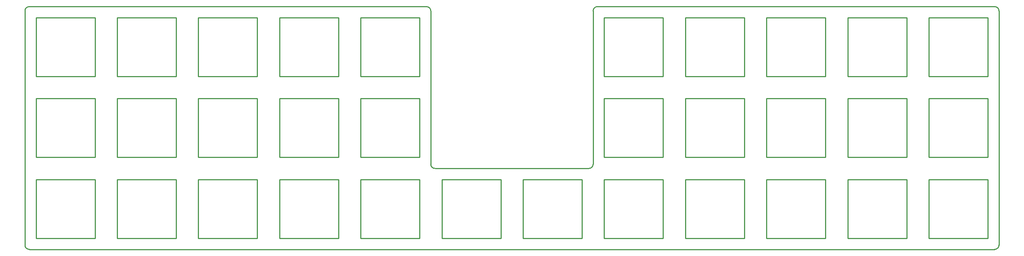
<source format=gko>
G04 Layer: BoardOutline*
G04 EasyEDA v6.4.25, 2022-01-20T16:10:27+08:00*
G04 6dc260cefc8449458edb0d880bd6ed8d,3b57db4a37c74da5bb1b5bc11455ab19,10*
G04 Gerber Generator version 0.2*
G04 Scale: 100 percent, Rotated: No, Reflected: No *
G04 Dimensions in millimeters *
G04 leading zeros omitted , absolute positions ,4 integer and 5 decimal *
%FSLAX45Y45*%
%MOMM*%

%ADD10C,0.2540*%
D10*
X-1899998Y-1799998D02*
G01*
X-1899998Y1799998D01*
X1899998Y-1799998D02*
G01*
X1899998Y1803400D01*
X-1799998Y-1899998D02*
G01*
X1799998Y-1899998D01*
X2000001Y1899998D02*
G01*
X11300000Y1899998D01*
X-2000001Y1899998D02*
G01*
X-11300000Y1899998D01*
X11400000Y1799998D02*
G01*
X11400000Y-3700000D01*
X-11400000Y-3700000D02*
G01*
X-11400000Y1799998D01*
X11300000Y-3800000D02*
G01*
X-11300000Y-3800000D01*
G75*
G01*
X11400000Y-3700000D02*
G02*
X11300000Y-3800000I-100000J0D01*
G75*
G01*
X-11300000Y-3800000D02*
G02*
X-11400000Y-3700000I0J100000D01*
G75*
G01*
X-11400000Y1799999D02*
G02*
X-11300000Y1899999I100000J0D01*
G75*
G01*
X11300000Y1899999D02*
G02*
X11400000Y1799999I0J-100000D01*
G75*
G01*
X2000001Y1899999D02*
G03*
X1900001Y1799999I0J-100000D01*
G75*
G01*
X-2000001Y1899999D02*
G02*
X-1900001Y1799999I0J-100000D01*
G75*
G01*
X1899999Y-1799999D02*
G02*
X1799999Y-1899999I-100000J0D01*
G75*
G01*
X-1799999Y-1899999D02*
G02*
X-1899999Y-1799999I0J100000D01*
X-11140000Y1640001D02*
G01*
X-9759998Y1640001D01*
X-9759998Y1640001D02*
G01*
X-9759998Y259999D01*
X-9759998Y259999D02*
G01*
X-11140000Y259999D01*
X-11140000Y259999D02*
G01*
X-11140000Y1640001D01*
X-9240001Y1640001D02*
G01*
X-7859999Y1640001D01*
X-7859999Y1640001D02*
G01*
X-7859999Y259999D01*
X-7859999Y259999D02*
G01*
X-9240001Y259999D01*
X-9240001Y259999D02*
G01*
X-9240001Y1640001D01*
X-7340000Y1640001D02*
G01*
X-5959998Y1640001D01*
X-5959998Y1640001D02*
G01*
X-5959998Y259999D01*
X-5959998Y259999D02*
G01*
X-7340000Y259999D01*
X-7340000Y259999D02*
G01*
X-7340000Y1640001D01*
X-5440001Y1640001D02*
G01*
X-4059999Y1640001D01*
X-4059999Y1640001D02*
G01*
X-4059999Y259999D01*
X-4059999Y259999D02*
G01*
X-5440001Y259999D01*
X-5440001Y259999D02*
G01*
X-5440001Y1640001D01*
X-3540000Y1640001D02*
G01*
X-2159998Y1640001D01*
X-2159998Y1640001D02*
G01*
X-2159998Y259999D01*
X-2159998Y259999D02*
G01*
X-3540000Y259999D01*
X-3540000Y259999D02*
G01*
X-3540000Y1640001D01*
X2159998Y1640001D02*
G01*
X3540000Y1640001D01*
X3540000Y1640001D02*
G01*
X3540000Y259999D01*
X3540000Y259999D02*
G01*
X2159998Y259999D01*
X2159998Y259999D02*
G01*
X2159998Y1640001D01*
X4059999Y1640001D02*
G01*
X5440001Y1640001D01*
X5440001Y1640001D02*
G01*
X5440001Y259999D01*
X5440001Y259999D02*
G01*
X4059999Y259999D01*
X4059999Y259999D02*
G01*
X4059999Y1640001D01*
X5959998Y1640001D02*
G01*
X7340000Y1640001D01*
X7340000Y1640001D02*
G01*
X7340000Y259999D01*
X7340000Y259999D02*
G01*
X5959998Y259999D01*
X5959998Y259999D02*
G01*
X5959998Y1640001D01*
X7859999Y1640001D02*
G01*
X9240001Y1640001D01*
X9240001Y1640001D02*
G01*
X9240001Y259999D01*
X9240001Y259999D02*
G01*
X7859999Y259999D01*
X7859999Y259999D02*
G01*
X7859999Y1640001D01*
X9759998Y1640001D02*
G01*
X11140000Y1640001D01*
X11140000Y1640001D02*
G01*
X11140000Y259999D01*
X11140000Y259999D02*
G01*
X9759998Y259999D01*
X9759998Y259999D02*
G01*
X9759998Y1640001D01*
X-11140000Y-259996D02*
G01*
X-9759998Y-259996D01*
X-9759998Y-259996D02*
G01*
X-9759998Y-1639999D01*
X-9759998Y-1639999D02*
G01*
X-11140000Y-1639999D01*
X-11140000Y-1639999D02*
G01*
X-11140000Y-259996D01*
X-9240001Y-259996D02*
G01*
X-7859999Y-259996D01*
X-7859999Y-259996D02*
G01*
X-7859999Y-1639999D01*
X-7859999Y-1639999D02*
G01*
X-9240001Y-1639999D01*
X-9240001Y-1639999D02*
G01*
X-9240001Y-259996D01*
X-7340000Y-259996D02*
G01*
X-5959998Y-259996D01*
X-5959998Y-259996D02*
G01*
X-5959998Y-1639999D01*
X-5959998Y-1639999D02*
G01*
X-7340000Y-1639999D01*
X-7340000Y-1639999D02*
G01*
X-7340000Y-259996D01*
X-5440001Y-259996D02*
G01*
X-4059999Y-259996D01*
X-4059999Y-259996D02*
G01*
X-4059999Y-1639999D01*
X-4059999Y-1639999D02*
G01*
X-5440001Y-1639999D01*
X-5440001Y-1639999D02*
G01*
X-5440001Y-259996D01*
X-3540000Y-259996D02*
G01*
X-2159998Y-259996D01*
X-2159998Y-259996D02*
G01*
X-2159998Y-1639999D01*
X-2159998Y-1639999D02*
G01*
X-3540000Y-1639999D01*
X-3540000Y-1639999D02*
G01*
X-3540000Y-259996D01*
X2159998Y-259996D02*
G01*
X3540000Y-259996D01*
X3540000Y-259996D02*
G01*
X3540000Y-1639999D01*
X3540000Y-1639999D02*
G01*
X2159998Y-1639999D01*
X2159998Y-1639999D02*
G01*
X2159998Y-259996D01*
X4059999Y-259996D02*
G01*
X5440001Y-259996D01*
X5440001Y-259996D02*
G01*
X5440001Y-1639999D01*
X5440001Y-1639999D02*
G01*
X4059999Y-1639999D01*
X4059999Y-1639999D02*
G01*
X4059999Y-259996D01*
X5959998Y-259996D02*
G01*
X7340000Y-259996D01*
X7340000Y-259996D02*
G01*
X7340000Y-1639999D01*
X7340000Y-1639999D02*
G01*
X5959998Y-1639999D01*
X5959998Y-1639999D02*
G01*
X5959998Y-259996D01*
X7859999Y-259996D02*
G01*
X9240001Y-259996D01*
X9240001Y-259996D02*
G01*
X9240001Y-1639999D01*
X9240001Y-1639999D02*
G01*
X7859999Y-1639999D01*
X7859999Y-1639999D02*
G01*
X7859999Y-259996D01*
X9759998Y-259996D02*
G01*
X11140000Y-259996D01*
X11140000Y-259996D02*
G01*
X11140000Y-1639999D01*
X11140000Y-1639999D02*
G01*
X9759998Y-1639999D01*
X9759998Y-1639999D02*
G01*
X9759998Y-259996D01*
X-11140000Y-2159998D02*
G01*
X-9759998Y-2159998D01*
X-9759998Y-2159998D02*
G01*
X-9759998Y-3540000D01*
X-9759998Y-3540000D02*
G01*
X-11140000Y-3540000D01*
X-11140000Y-3540000D02*
G01*
X-11140000Y-2159998D01*
X-9240001Y-2159998D02*
G01*
X-7859999Y-2159998D01*
X-7859999Y-2159998D02*
G01*
X-7859999Y-3540000D01*
X-7859999Y-3540000D02*
G01*
X-9240001Y-3540000D01*
X-9240001Y-3540000D02*
G01*
X-9240001Y-2159998D01*
X-7340000Y-2159998D02*
G01*
X-5959998Y-2159998D01*
X-5959998Y-2159998D02*
G01*
X-5959998Y-3540000D01*
X-5959998Y-3540000D02*
G01*
X-7340000Y-3540000D01*
X-7340000Y-3540000D02*
G01*
X-7340000Y-2159998D01*
X-5440001Y-2159998D02*
G01*
X-4059999Y-2159998D01*
X-4059999Y-2159998D02*
G01*
X-4059999Y-3540000D01*
X-4059999Y-3540000D02*
G01*
X-5440001Y-3540000D01*
X-5440001Y-3540000D02*
G01*
X-5440001Y-2159998D01*
X-3540000Y-2159998D02*
G01*
X-2159998Y-2159998D01*
X-2159998Y-2159998D02*
G01*
X-2159998Y-3540000D01*
X-2159998Y-3540000D02*
G01*
X-3540000Y-3540000D01*
X-3540000Y-3540000D02*
G01*
X-3540000Y-2159998D01*
X-1640001Y-2159998D02*
G01*
X-259999Y-2159998D01*
X-259999Y-2159998D02*
G01*
X-259999Y-3540000D01*
X-259999Y-3540000D02*
G01*
X-1640001Y-3540000D01*
X-1640001Y-3540000D02*
G01*
X-1640001Y-2159998D01*
X259999Y-2159998D02*
G01*
X1640001Y-2159998D01*
X1640001Y-2159998D02*
G01*
X1640001Y-3540000D01*
X1640001Y-3540000D02*
G01*
X259999Y-3540000D01*
X259999Y-3540000D02*
G01*
X259999Y-2159998D01*
X2159998Y-2159998D02*
G01*
X3540000Y-2159998D01*
X3540000Y-2159998D02*
G01*
X3540000Y-3540000D01*
X3540000Y-3540000D02*
G01*
X2159998Y-3540000D01*
X2159998Y-3540000D02*
G01*
X2159998Y-2159998D01*
X4059999Y-2159998D02*
G01*
X5440001Y-2159998D01*
X5440001Y-2159998D02*
G01*
X5440001Y-3540000D01*
X5440001Y-3540000D02*
G01*
X4059999Y-3540000D01*
X4059999Y-3540000D02*
G01*
X4059999Y-2159998D01*
X5959998Y-2159998D02*
G01*
X7340000Y-2159998D01*
X7340000Y-2159998D02*
G01*
X7340000Y-3540000D01*
X7340000Y-3540000D02*
G01*
X5959998Y-3540000D01*
X5959998Y-3540000D02*
G01*
X5959998Y-2159998D01*
X7859999Y-2159998D02*
G01*
X9240001Y-2159998D01*
X9240001Y-2159998D02*
G01*
X9240001Y-3540000D01*
X9240001Y-3540000D02*
G01*
X7859999Y-3540000D01*
X7859999Y-3540000D02*
G01*
X7859999Y-2159998D01*
X9759998Y-2159998D02*
G01*
X11140000Y-2159998D01*
X11140000Y-2159998D02*
G01*
X11140000Y-3540000D01*
X11140000Y-3540000D02*
G01*
X9759998Y-3540000D01*
X9759998Y-3540000D02*
G01*
X9759998Y-2159998D01*

%LPD*%
M02*

</source>
